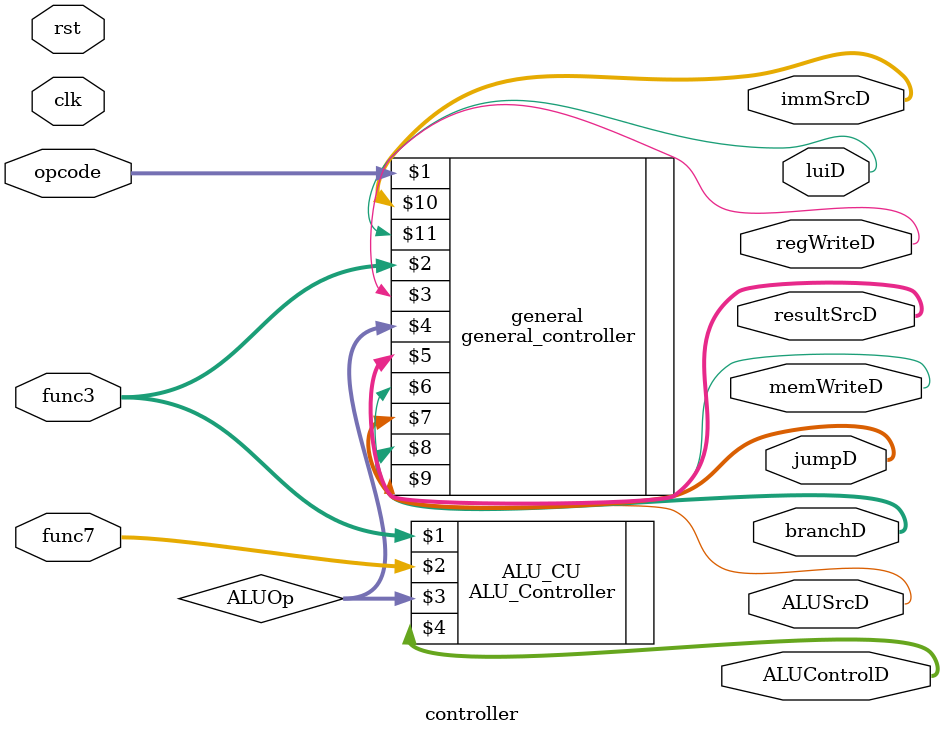
<source format=v>
module controller(clk, rst, opcode, func3, func7,regWriteD, resultSrcD, memWriteD,jumpD, branchD, ALUControlD,ALUSrcD, immSrcD, luiD);

    input clk, rst;
    input [2:0] func3;
    input [6:0] opcode,func7;
    
    output ALUSrcD, memWriteD, regWriteD, luiD;
    output [1:0] resultSrcD, jumpD;
    output [2:0] ALUControlD, immSrcD,branchD;

    wire [1:0] ALUOp;

    general_controller general(opcode, func3, regWriteD, ALUOp,resultSrcD, memWriteD, jumpD,branchD, ALUSrcD, immSrcD, luiD);
    
    ALU_Controller ALU_CU(func3, func7, ALUOp, ALUControlD);
    
endmodule
</source>
